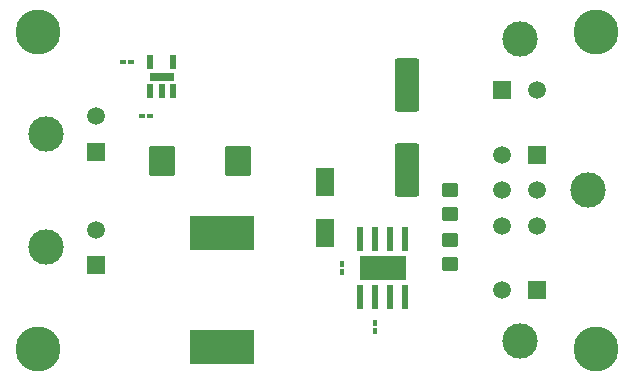
<source format=gbr>
%TF.GenerationSoftware,KiCad,Pcbnew,(7.0.0)*%
%TF.CreationDate,2023-03-07T20:41:21-05:00*%
%TF.ProjectId,Power Distribution Board,506f7765-7220-4446-9973-747269627574,rev?*%
%TF.SameCoordinates,Original*%
%TF.FileFunction,Soldermask,Top*%
%TF.FilePolarity,Negative*%
%FSLAX46Y46*%
G04 Gerber Fmt 4.6, Leading zero omitted, Abs format (unit mm)*
G04 Created by KiCad (PCBNEW (7.0.0)) date 2023-03-07 20:41:21*
%MOMM*%
%LPD*%
G01*
G04 APERTURE LIST*
G04 Aperture macros list*
%AMRoundRect*
0 Rectangle with rounded corners*
0 $1 Rounding radius*
0 $2 $3 $4 $5 $6 $7 $8 $9 X,Y pos of 4 corners*
0 Add a 4 corners polygon primitive as box body*
4,1,4,$2,$3,$4,$5,$6,$7,$8,$9,$2,$3,0*
0 Add four circle primitives for the rounded corners*
1,1,$1+$1,$2,$3*
1,1,$1+$1,$4,$5*
1,1,$1+$1,$6,$7*
1,1,$1+$1,$8,$9*
0 Add four rect primitives between the rounded corners*
20,1,$1+$1,$2,$3,$4,$5,0*
20,1,$1+$1,$4,$5,$6,$7,0*
20,1,$1+$1,$6,$7,$8,$9,0*
20,1,$1+$1,$8,$9,$2,$3,0*%
G04 Aperture macros list end*
%ADD10C,2.600000*%
%ADD11C,3.800000*%
%ADD12R,1.520000X1.520000*%
%ADD13C,1.520000*%
%ADD14C,3.000000*%
%ADD15RoundRect,0.088500X0.206500X-0.516500X0.206500X0.516500X-0.206500X0.516500X-0.206500X-0.516500X0*%
%ADD16C,0.600000*%
%ADD17R,2.000000X0.750000*%
%ADD18R,5.400000X2.900000*%
%ADD19RoundRect,0.041300X0.253700X-0.943700X0.253700X0.943700X-0.253700X0.943700X-0.253700X-0.943700X0*%
%ADD20R,4.000000X2.000000*%
%ADD21RoundRect,0.250000X-0.450000X0.350000X-0.450000X-0.350000X0.450000X-0.350000X0.450000X0.350000X0*%
%ADD22R,1.550000X2.330000*%
%ADD23RoundRect,0.075000X0.212500X0.075000X-0.212500X0.075000X-0.212500X-0.075000X0.212500X-0.075000X0*%
%ADD24RoundRect,0.075000X-0.212500X-0.075000X0.212500X-0.075000X0.212500X0.075000X-0.212500X0.075000X0*%
%ADD25RoundRect,0.075000X0.075000X-0.212500X0.075000X0.212500X-0.075000X0.212500X-0.075000X-0.212500X0*%
%ADD26RoundRect,0.075000X-0.075000X0.212500X-0.075000X-0.212500X0.075000X-0.212500X0.075000X0.212500X0*%
%ADD27RoundRect,0.250000X-0.875000X-1.025000X0.875000X-1.025000X0.875000X1.025000X-0.875000X1.025000X0*%
%ADD28RoundRect,0.250001X0.799999X-1.999999X0.799999X1.999999X-0.799999X1.999999X-0.799999X-1.999999X0*%
G04 APERTURE END LIST*
D10*
%TO.C,REF\u002A\u002A*%
X171094400Y-87274400D03*
D11*
X171094400Y-87274400D03*
%TD*%
D10*
%TO.C,REF\u002A\u002A*%
X171094400Y-60452000D03*
D11*
X171094400Y-60452000D03*
%TD*%
D10*
%TO.C,REF\u002A\u002A*%
X123850400Y-60452000D03*
D11*
X123850400Y-60452000D03*
%TD*%
D12*
%TO.C,J3*%
X128777999Y-70611999D03*
D13*
X128778000Y-67612000D03*
D14*
X124478000Y-69112000D03*
%TD*%
D11*
%TO.C,REF\u002A\u002A*%
X123799600Y-87274400D03*
D10*
X123799600Y-87274400D03*
%TD*%
D15*
%TO.C,U2*%
X133350000Y-65500000D03*
X134300000Y-65500000D03*
D16*
X134300000Y-64245000D03*
D17*
X134299999Y-64244999D03*
D15*
X135250000Y-65500000D03*
X135250000Y-62990000D03*
X133350000Y-62990000D03*
%TD*%
D18*
%TO.C,L1*%
X139445999Y-87169999D03*
X139445999Y-77469999D03*
%TD*%
D19*
%TO.C,U1*%
X151130000Y-77978000D03*
X152400000Y-77978000D03*
X153670000Y-77978000D03*
D16*
X154535000Y-79953000D03*
X153535000Y-79953000D03*
X152535000Y-79953000D03*
X151535000Y-79953000D03*
D20*
X153034999Y-80452999D03*
D16*
X154535000Y-80953000D03*
X153535000Y-80953000D03*
X152535000Y-80953000D03*
X151535000Y-80953000D03*
D19*
X154940000Y-77978000D03*
X154940000Y-82928000D03*
X153670000Y-82928000D03*
X152400000Y-82928000D03*
X151130000Y-82928000D03*
%TD*%
D21*
%TO.C,R2*%
X158750000Y-78105000D03*
X158750000Y-80105000D03*
%TD*%
%TO.C,R1*%
X158750000Y-73870000D03*
X158750000Y-75870000D03*
%TD*%
D14*
%TO.C,J5*%
X164620000Y-86640000D03*
D13*
X163120000Y-82340000D03*
D12*
X166119999Y-82339999D03*
%TD*%
%TO.C,J4*%
X163109999Y-65399999D03*
D13*
X166110000Y-65400000D03*
D14*
X164610000Y-61100000D03*
%TD*%
%TO.C,J2*%
X124478000Y-78716000D03*
D13*
X128778000Y-77216000D03*
D12*
X128777999Y-80215999D03*
%TD*%
%TO.C,J1*%
X166115999Y-70865999D03*
D13*
X166116000Y-73865999D03*
X166116000Y-76865998D03*
X163116001Y-70866000D03*
X163116001Y-73865999D03*
X163116001Y-76865998D03*
D14*
X170415999Y-73865999D03*
%TD*%
D22*
%TO.C,D1*%
X148103999Y-73202499D03*
X148103999Y-77472499D03*
%TD*%
D23*
%TO.C,C_IN4*%
X131674000Y-62992000D03*
X130999000Y-62992000D03*
%TD*%
D24*
%TO.C,C_IN3*%
X132672500Y-67564000D03*
X133347500Y-67564000D03*
%TD*%
D25*
%TO.C,C_IN2*%
X149606000Y-80112500D03*
X149606000Y-80787500D03*
%TD*%
D26*
%TO.C,C_IN1*%
X152400000Y-85115000D03*
X152400000Y-85790000D03*
%TD*%
D27*
%TO.C,C2*%
X140741000Y-71374000D03*
X134341000Y-71374000D03*
%TD*%
D28*
%TO.C,C1*%
X155090000Y-65000000D03*
X155090000Y-72200000D03*
%TD*%
M02*

</source>
